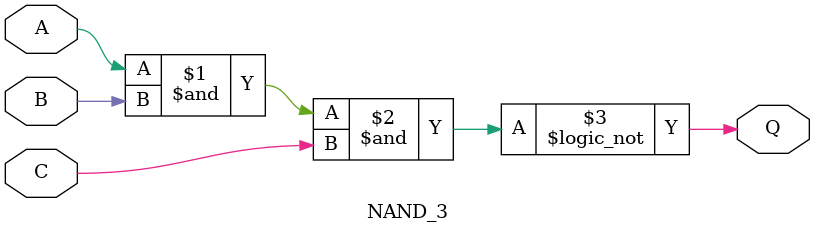
<source format=v>
`timescale 1ns / 1ps


module NAND_3(A,B,C,Q);
input wire A,B,C;
output wire Q;

assign Q = !(A & B & C);
endmodule

</source>
